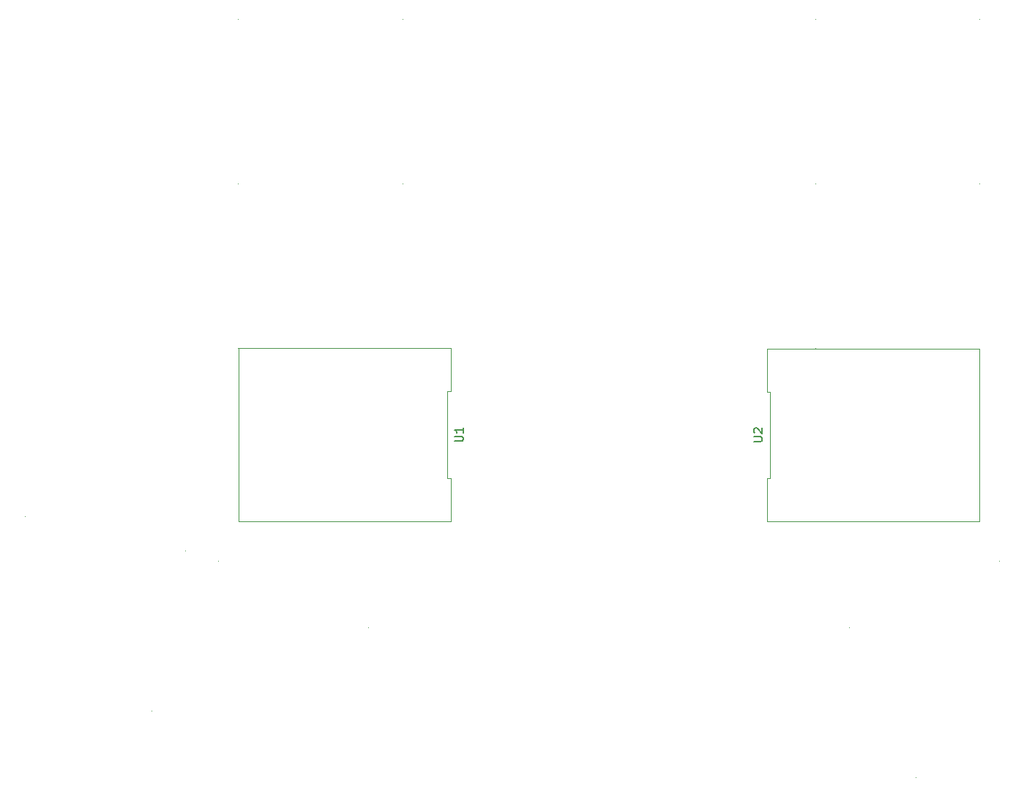
<source format=gto>
%TF.GenerationSoftware,KiCad,Pcbnew,9.0.0*%
%TF.CreationDate,2025-03-16T07:02:03-06:00*%
%TF.ProjectId,travyboard,74726176-7962-46f6-9172-642e6b696361,rev?*%
%TF.SameCoordinates,Original*%
%TF.FileFunction,Legend,Top*%
%TF.FilePolarity,Positive*%
%FSLAX46Y46*%
G04 Gerber Fmt 4.6, Leading zero omitted, Abs format (unit mm)*
G04 Created by KiCad (PCBNEW 9.0.0) date 2025-03-16 07:02:03*
%MOMM*%
%LPD*%
G01*
G04 APERTURE LIST*
%ADD10C,0.150000*%
%ADD11C,0.100000*%
%ADD12C,0.120000*%
G04 APERTURE END LIST*
D10*
X207129769Y-72719702D02*
X207939292Y-72719702D01*
X207939292Y-72719702D02*
X208034530Y-72672083D01*
X208034530Y-72672083D02*
X208082150Y-72624464D01*
X208082150Y-72624464D02*
X208129769Y-72529226D01*
X208129769Y-72529226D02*
X208129769Y-72338750D01*
X208129769Y-72338750D02*
X208082150Y-72243512D01*
X208082150Y-72243512D02*
X208034530Y-72195893D01*
X208034530Y-72195893D02*
X207939292Y-72148274D01*
X207939292Y-72148274D02*
X207129769Y-72148274D01*
X207225007Y-71719702D02*
X207177388Y-71672083D01*
X207177388Y-71672083D02*
X207129769Y-71576845D01*
X207129769Y-71576845D02*
X207129769Y-71338750D01*
X207129769Y-71338750D02*
X207177388Y-71243512D01*
X207177388Y-71243512D02*
X207225007Y-71195893D01*
X207225007Y-71195893D02*
X207320245Y-71148274D01*
X207320245Y-71148274D02*
X207415483Y-71148274D01*
X207415483Y-71148274D02*
X207558340Y-71195893D01*
X207558340Y-71195893D02*
X208129769Y-71767321D01*
X208129769Y-71767321D02*
X208129769Y-71148274D01*
X172541309Y-72689930D02*
X173350832Y-72689930D01*
X173350832Y-72689930D02*
X173446070Y-72642311D01*
X173446070Y-72642311D02*
X173493690Y-72594692D01*
X173493690Y-72594692D02*
X173541309Y-72499454D01*
X173541309Y-72499454D02*
X173541309Y-72308978D01*
X173541309Y-72308978D02*
X173493690Y-72213740D01*
X173493690Y-72213740D02*
X173446070Y-72166121D01*
X173446070Y-72166121D02*
X173350832Y-72118502D01*
X173350832Y-72118502D02*
X172541309Y-72118502D01*
X173541309Y-71118502D02*
X173541309Y-71689930D01*
X173541309Y-71404216D02*
X172541309Y-71404216D01*
X172541309Y-71404216D02*
X172684166Y-71499454D01*
X172684166Y-71499454D02*
X172779404Y-71594692D01*
X172779404Y-71594692D02*
X172827023Y-71689930D01*
D11*
%TO.C,SW20*%
X122834451Y-81397066D02*
X122834451Y-81397066D01*
X137492917Y-103916600D02*
X137492917Y-103916600D01*
X141423451Y-85327600D02*
X141423451Y-85327600D01*
%TO.C,SW42*%
X218169739Y-94261421D02*
X218169739Y-94261421D01*
X225861367Y-111634933D02*
X225861367Y-111634933D01*
X235543251Y-86569793D02*
X235543251Y-86569793D01*
%TO.C,SW46*%
X147503766Y-42860585D02*
X147503766Y-42860585D01*
X147503766Y-61860585D02*
X147503766Y-61860585D01*
X166503766Y-42860585D02*
X166503766Y-42860585D01*
D12*
%TO.C,U2*%
X208674950Y-61957798D02*
X233234950Y-61957798D01*
X208674950Y-66957798D02*
X208674950Y-61957798D01*
X208674950Y-76957797D02*
X209034950Y-76957797D01*
X208674950Y-81957798D02*
X208674950Y-76957797D01*
X209034950Y-66957798D02*
X208674950Y-66957798D01*
X209034950Y-76957797D02*
X209034950Y-66957798D01*
X233234950Y-61957798D02*
X233234950Y-81957798D01*
X233234950Y-81957798D02*
X208674950Y-81957798D01*
D11*
%TO.C,SW49*%
X214243047Y-23807783D02*
X214243047Y-23807783D01*
X214243047Y-42807783D02*
X214243047Y-42807783D01*
X233243047Y-23807783D02*
X233243047Y-23807783D01*
D12*
%TO.C,U1*%
X147526490Y-61928026D02*
X172086490Y-61928026D01*
X147526490Y-81928026D02*
X147526490Y-61928026D01*
X171726490Y-66928027D02*
X171726490Y-76928026D01*
X171726490Y-76928026D02*
X172086490Y-76928026D01*
X172086490Y-61928026D02*
X172086490Y-66928027D01*
X172086490Y-66928027D02*
X171726490Y-66928027D01*
X172086490Y-76928026D02*
X172086490Y-81928026D01*
X172086490Y-81928026D02*
X147526490Y-81928026D01*
D11*
%TO.C,SW21*%
X137492917Y-103916600D02*
X137492917Y-103916600D01*
X145184240Y-86542955D02*
X145184240Y-86542955D01*
X162557885Y-94234278D02*
X162557885Y-94234278D01*
%TO.C,SW50*%
X214243047Y-42857799D02*
X214243047Y-42857799D01*
X214243047Y-61857799D02*
X214243047Y-61857799D01*
X233243047Y-42857799D02*
X233243047Y-42857799D01*
%TO.C,SW45*%
X147503750Y-23810073D02*
X147503750Y-23810073D01*
X147503750Y-42810073D02*
X147503750Y-42810073D01*
X166503750Y-23810073D02*
X166503750Y-23810073D01*
%TD*%
M02*

</source>
